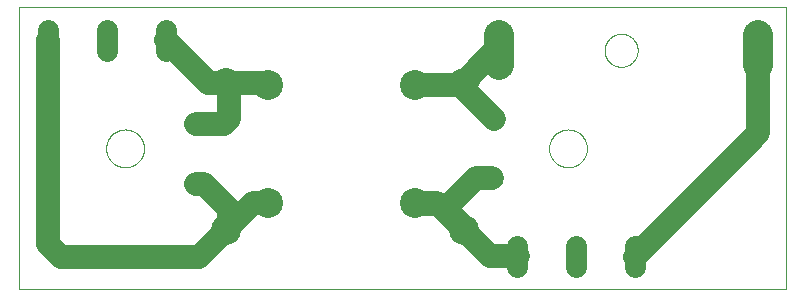
<source format=gtl>
G04 EAGLE Gerber RS-274X export*
G75*
%MOMM*%
%FSLAX34Y34*%
%LPD*%
%INTop copper*%
%IPPOS*%
%AMOC8*
5,1,8,0,0,1.08239X$1,22.5*%
G01*
%ADD10C,0.000000*%
%ADD11C,2.540000*%
%ADD12P,1.732040X8X112.500000*%
%ADD13C,1.790700*%
%ADD14C,2.540000*%
%ADD15C,2.032000*%
%ADD16C,2.020000*%


D10*
X25320Y-4000D02*
X674680Y-4000D01*
X674680Y235000D01*
X25320Y235000D01*
X25320Y-4000D01*
X99000Y115000D02*
X99005Y115393D01*
X99019Y115785D01*
X99043Y116177D01*
X99077Y116568D01*
X99120Y116959D01*
X99173Y117348D01*
X99236Y117735D01*
X99307Y118121D01*
X99389Y118506D01*
X99479Y118888D01*
X99580Y119267D01*
X99689Y119645D01*
X99808Y120019D01*
X99935Y120390D01*
X100072Y120758D01*
X100218Y121123D01*
X100373Y121484D01*
X100536Y121841D01*
X100708Y122194D01*
X100889Y122542D01*
X101079Y122886D01*
X101276Y123226D01*
X101482Y123560D01*
X101696Y123889D01*
X101919Y124213D01*
X102149Y124531D01*
X102386Y124844D01*
X102632Y125150D01*
X102885Y125451D01*
X103145Y125745D01*
X103412Y126033D01*
X103686Y126314D01*
X103967Y126588D01*
X104255Y126855D01*
X104549Y127115D01*
X104850Y127368D01*
X105156Y127614D01*
X105469Y127851D01*
X105787Y128081D01*
X106111Y128304D01*
X106440Y128518D01*
X106774Y128724D01*
X107114Y128921D01*
X107458Y129111D01*
X107806Y129292D01*
X108159Y129464D01*
X108516Y129627D01*
X108877Y129782D01*
X109242Y129928D01*
X109610Y130065D01*
X109981Y130192D01*
X110355Y130311D01*
X110733Y130420D01*
X111112Y130521D01*
X111494Y130611D01*
X111879Y130693D01*
X112265Y130764D01*
X112652Y130827D01*
X113041Y130880D01*
X113432Y130923D01*
X113823Y130957D01*
X114215Y130981D01*
X114607Y130995D01*
X115000Y131000D01*
X115393Y130995D01*
X115785Y130981D01*
X116177Y130957D01*
X116568Y130923D01*
X116959Y130880D01*
X117348Y130827D01*
X117735Y130764D01*
X118121Y130693D01*
X118506Y130611D01*
X118888Y130521D01*
X119267Y130420D01*
X119645Y130311D01*
X120019Y130192D01*
X120390Y130065D01*
X120758Y129928D01*
X121123Y129782D01*
X121484Y129627D01*
X121841Y129464D01*
X122194Y129292D01*
X122542Y129111D01*
X122886Y128921D01*
X123226Y128724D01*
X123560Y128518D01*
X123889Y128304D01*
X124213Y128081D01*
X124531Y127851D01*
X124844Y127614D01*
X125150Y127368D01*
X125451Y127115D01*
X125745Y126855D01*
X126033Y126588D01*
X126314Y126314D01*
X126588Y126033D01*
X126855Y125745D01*
X127115Y125451D01*
X127368Y125150D01*
X127614Y124844D01*
X127851Y124531D01*
X128081Y124213D01*
X128304Y123889D01*
X128518Y123560D01*
X128724Y123226D01*
X128921Y122886D01*
X129111Y122542D01*
X129292Y122194D01*
X129464Y121841D01*
X129627Y121484D01*
X129782Y121123D01*
X129928Y120758D01*
X130065Y120390D01*
X130192Y120019D01*
X130311Y119645D01*
X130420Y119267D01*
X130521Y118888D01*
X130611Y118506D01*
X130693Y118121D01*
X130764Y117735D01*
X130827Y117348D01*
X130880Y116959D01*
X130923Y116568D01*
X130957Y116177D01*
X130981Y115785D01*
X130995Y115393D01*
X131000Y115000D01*
X130995Y114607D01*
X130981Y114215D01*
X130957Y113823D01*
X130923Y113432D01*
X130880Y113041D01*
X130827Y112652D01*
X130764Y112265D01*
X130693Y111879D01*
X130611Y111494D01*
X130521Y111112D01*
X130420Y110733D01*
X130311Y110355D01*
X130192Y109981D01*
X130065Y109610D01*
X129928Y109242D01*
X129782Y108877D01*
X129627Y108516D01*
X129464Y108159D01*
X129292Y107806D01*
X129111Y107458D01*
X128921Y107114D01*
X128724Y106774D01*
X128518Y106440D01*
X128304Y106111D01*
X128081Y105787D01*
X127851Y105469D01*
X127614Y105156D01*
X127368Y104850D01*
X127115Y104549D01*
X126855Y104255D01*
X126588Y103967D01*
X126314Y103686D01*
X126033Y103412D01*
X125745Y103145D01*
X125451Y102885D01*
X125150Y102632D01*
X124844Y102386D01*
X124531Y102149D01*
X124213Y101919D01*
X123889Y101696D01*
X123560Y101482D01*
X123226Y101276D01*
X122886Y101079D01*
X122542Y100889D01*
X122194Y100708D01*
X121841Y100536D01*
X121484Y100373D01*
X121123Y100218D01*
X120758Y100072D01*
X120390Y99935D01*
X120019Y99808D01*
X119645Y99689D01*
X119267Y99580D01*
X118888Y99479D01*
X118506Y99389D01*
X118121Y99307D01*
X117735Y99236D01*
X117348Y99173D01*
X116959Y99120D01*
X116568Y99077D01*
X116177Y99043D01*
X115785Y99019D01*
X115393Y99005D01*
X115000Y99000D01*
X114607Y99005D01*
X114215Y99019D01*
X113823Y99043D01*
X113432Y99077D01*
X113041Y99120D01*
X112652Y99173D01*
X112265Y99236D01*
X111879Y99307D01*
X111494Y99389D01*
X111112Y99479D01*
X110733Y99580D01*
X110355Y99689D01*
X109981Y99808D01*
X109610Y99935D01*
X109242Y100072D01*
X108877Y100218D01*
X108516Y100373D01*
X108159Y100536D01*
X107806Y100708D01*
X107458Y100889D01*
X107114Y101079D01*
X106774Y101276D01*
X106440Y101482D01*
X106111Y101696D01*
X105787Y101919D01*
X105469Y102149D01*
X105156Y102386D01*
X104850Y102632D01*
X104549Y102885D01*
X104255Y103145D01*
X103967Y103412D01*
X103686Y103686D01*
X103412Y103967D01*
X103145Y104255D01*
X102885Y104549D01*
X102632Y104850D01*
X102386Y105156D01*
X102149Y105469D01*
X101919Y105787D01*
X101696Y106111D01*
X101482Y106440D01*
X101276Y106774D01*
X101079Y107114D01*
X100889Y107458D01*
X100708Y107806D01*
X100536Y108159D01*
X100373Y108516D01*
X100218Y108877D01*
X100072Y109242D01*
X99935Y109610D01*
X99808Y109981D01*
X99689Y110355D01*
X99580Y110733D01*
X99479Y111112D01*
X99389Y111494D01*
X99307Y111879D01*
X99236Y112265D01*
X99173Y112652D01*
X99120Y113041D01*
X99077Y113432D01*
X99043Y113823D01*
X99019Y114215D01*
X99005Y114607D01*
X99000Y115000D01*
X474000Y115000D02*
X474005Y115393D01*
X474019Y115785D01*
X474043Y116177D01*
X474077Y116568D01*
X474120Y116959D01*
X474173Y117348D01*
X474236Y117735D01*
X474307Y118121D01*
X474389Y118506D01*
X474479Y118888D01*
X474580Y119267D01*
X474689Y119645D01*
X474808Y120019D01*
X474935Y120390D01*
X475072Y120758D01*
X475218Y121123D01*
X475373Y121484D01*
X475536Y121841D01*
X475708Y122194D01*
X475889Y122542D01*
X476079Y122886D01*
X476276Y123226D01*
X476482Y123560D01*
X476696Y123889D01*
X476919Y124213D01*
X477149Y124531D01*
X477386Y124844D01*
X477632Y125150D01*
X477885Y125451D01*
X478145Y125745D01*
X478412Y126033D01*
X478686Y126314D01*
X478967Y126588D01*
X479255Y126855D01*
X479549Y127115D01*
X479850Y127368D01*
X480156Y127614D01*
X480469Y127851D01*
X480787Y128081D01*
X481111Y128304D01*
X481440Y128518D01*
X481774Y128724D01*
X482114Y128921D01*
X482458Y129111D01*
X482806Y129292D01*
X483159Y129464D01*
X483516Y129627D01*
X483877Y129782D01*
X484242Y129928D01*
X484610Y130065D01*
X484981Y130192D01*
X485355Y130311D01*
X485733Y130420D01*
X486112Y130521D01*
X486494Y130611D01*
X486879Y130693D01*
X487265Y130764D01*
X487652Y130827D01*
X488041Y130880D01*
X488432Y130923D01*
X488823Y130957D01*
X489215Y130981D01*
X489607Y130995D01*
X490000Y131000D01*
X490393Y130995D01*
X490785Y130981D01*
X491177Y130957D01*
X491568Y130923D01*
X491959Y130880D01*
X492348Y130827D01*
X492735Y130764D01*
X493121Y130693D01*
X493506Y130611D01*
X493888Y130521D01*
X494267Y130420D01*
X494645Y130311D01*
X495019Y130192D01*
X495390Y130065D01*
X495758Y129928D01*
X496123Y129782D01*
X496484Y129627D01*
X496841Y129464D01*
X497194Y129292D01*
X497542Y129111D01*
X497886Y128921D01*
X498226Y128724D01*
X498560Y128518D01*
X498889Y128304D01*
X499213Y128081D01*
X499531Y127851D01*
X499844Y127614D01*
X500150Y127368D01*
X500451Y127115D01*
X500745Y126855D01*
X501033Y126588D01*
X501314Y126314D01*
X501588Y126033D01*
X501855Y125745D01*
X502115Y125451D01*
X502368Y125150D01*
X502614Y124844D01*
X502851Y124531D01*
X503081Y124213D01*
X503304Y123889D01*
X503518Y123560D01*
X503724Y123226D01*
X503921Y122886D01*
X504111Y122542D01*
X504292Y122194D01*
X504464Y121841D01*
X504627Y121484D01*
X504782Y121123D01*
X504928Y120758D01*
X505065Y120390D01*
X505192Y120019D01*
X505311Y119645D01*
X505420Y119267D01*
X505521Y118888D01*
X505611Y118506D01*
X505693Y118121D01*
X505764Y117735D01*
X505827Y117348D01*
X505880Y116959D01*
X505923Y116568D01*
X505957Y116177D01*
X505981Y115785D01*
X505995Y115393D01*
X506000Y115000D01*
X505995Y114607D01*
X505981Y114215D01*
X505957Y113823D01*
X505923Y113432D01*
X505880Y113041D01*
X505827Y112652D01*
X505764Y112265D01*
X505693Y111879D01*
X505611Y111494D01*
X505521Y111112D01*
X505420Y110733D01*
X505311Y110355D01*
X505192Y109981D01*
X505065Y109610D01*
X504928Y109242D01*
X504782Y108877D01*
X504627Y108516D01*
X504464Y108159D01*
X504292Y107806D01*
X504111Y107458D01*
X503921Y107114D01*
X503724Y106774D01*
X503518Y106440D01*
X503304Y106111D01*
X503081Y105787D01*
X502851Y105469D01*
X502614Y105156D01*
X502368Y104850D01*
X502115Y104549D01*
X501855Y104255D01*
X501588Y103967D01*
X501314Y103686D01*
X501033Y103412D01*
X500745Y103145D01*
X500451Y102885D01*
X500150Y102632D01*
X499844Y102386D01*
X499531Y102149D01*
X499213Y101919D01*
X498889Y101696D01*
X498560Y101482D01*
X498226Y101276D01*
X497886Y101079D01*
X497542Y100889D01*
X497194Y100708D01*
X496841Y100536D01*
X496484Y100373D01*
X496123Y100218D01*
X495758Y100072D01*
X495390Y99935D01*
X495019Y99808D01*
X494645Y99689D01*
X494267Y99580D01*
X493888Y99479D01*
X493506Y99389D01*
X493121Y99307D01*
X492735Y99236D01*
X492348Y99173D01*
X491959Y99120D01*
X491568Y99077D01*
X491177Y99043D01*
X490785Y99019D01*
X490393Y99005D01*
X490000Y99000D01*
X489607Y99005D01*
X489215Y99019D01*
X488823Y99043D01*
X488432Y99077D01*
X488041Y99120D01*
X487652Y99173D01*
X487265Y99236D01*
X486879Y99307D01*
X486494Y99389D01*
X486112Y99479D01*
X485733Y99580D01*
X485355Y99689D01*
X484981Y99808D01*
X484610Y99935D01*
X484242Y100072D01*
X483877Y100218D01*
X483516Y100373D01*
X483159Y100536D01*
X482806Y100708D01*
X482458Y100889D01*
X482114Y101079D01*
X481774Y101276D01*
X481440Y101482D01*
X481111Y101696D01*
X480787Y101919D01*
X480469Y102149D01*
X480156Y102386D01*
X479850Y102632D01*
X479549Y102885D01*
X479255Y103145D01*
X478967Y103412D01*
X478686Y103686D01*
X478412Y103967D01*
X478145Y104255D01*
X477885Y104549D01*
X477632Y104850D01*
X477386Y105156D01*
X477149Y105469D01*
X476919Y105787D01*
X476696Y106111D01*
X476482Y106440D01*
X476276Y106774D01*
X476079Y107114D01*
X475889Y107458D01*
X475708Y107806D01*
X475536Y108159D01*
X475373Y108516D01*
X475218Y108877D01*
X475072Y109242D01*
X474935Y109610D01*
X474808Y109981D01*
X474689Y110355D01*
X474580Y110733D01*
X474479Y111112D01*
X474389Y111494D01*
X474307Y111879D01*
X474236Y112265D01*
X474173Y112652D01*
X474120Y113041D01*
X474077Y113432D01*
X474043Y113823D01*
X474019Y114215D01*
X474005Y114607D01*
X474000Y115000D01*
D11*
X401800Y170700D03*
X401800Y45700D03*
X200800Y170700D03*
X200800Y45700D03*
X360700Y168400D03*
X360700Y68400D03*
X235700Y168400D03*
X235700Y68400D03*
D12*
X427000Y89000D03*
X427000Y139800D03*
X175000Y84600D03*
X175000Y135400D03*
D13*
X446520Y32334D02*
X446520Y14427D01*
X496520Y14427D02*
X496520Y32334D01*
X546520Y32334D02*
X546520Y14427D01*
X149560Y197427D02*
X149560Y215334D01*
X99560Y215334D02*
X99560Y197427D01*
X49560Y197427D02*
X49560Y215334D01*
D14*
X651200Y210700D02*
X651200Y185300D01*
X431200Y185300D02*
X431200Y210700D01*
D10*
X521030Y198000D02*
X521034Y198343D01*
X521047Y198685D01*
X521068Y199028D01*
X521097Y199369D01*
X521135Y199710D01*
X521181Y200050D01*
X521236Y200388D01*
X521298Y200725D01*
X521369Y201061D01*
X521449Y201394D01*
X521536Y201726D01*
X521632Y202055D01*
X521735Y202382D01*
X521847Y202706D01*
X521966Y203028D01*
X522093Y203346D01*
X522228Y203661D01*
X522371Y203973D01*
X522522Y204281D01*
X522680Y204585D01*
X522845Y204886D01*
X523018Y205182D01*
X523197Y205474D01*
X523384Y205761D01*
X523578Y206044D01*
X523779Y206322D01*
X523987Y206595D01*
X524201Y206862D01*
X524422Y207125D01*
X524649Y207382D01*
X524882Y207633D01*
X525122Y207878D01*
X525367Y208118D01*
X525618Y208351D01*
X525875Y208578D01*
X526138Y208799D01*
X526405Y209013D01*
X526678Y209221D01*
X526956Y209422D01*
X527239Y209616D01*
X527526Y209803D01*
X527818Y209982D01*
X528114Y210155D01*
X528415Y210320D01*
X528719Y210478D01*
X529027Y210629D01*
X529339Y210772D01*
X529654Y210907D01*
X529972Y211034D01*
X530294Y211153D01*
X530618Y211265D01*
X530945Y211368D01*
X531274Y211464D01*
X531606Y211551D01*
X531939Y211631D01*
X532275Y211702D01*
X532612Y211764D01*
X532950Y211819D01*
X533290Y211865D01*
X533631Y211903D01*
X533972Y211932D01*
X534315Y211953D01*
X534657Y211966D01*
X535000Y211970D01*
X535343Y211966D01*
X535685Y211953D01*
X536028Y211932D01*
X536369Y211903D01*
X536710Y211865D01*
X537050Y211819D01*
X537388Y211764D01*
X537725Y211702D01*
X538061Y211631D01*
X538394Y211551D01*
X538726Y211464D01*
X539055Y211368D01*
X539382Y211265D01*
X539706Y211153D01*
X540028Y211034D01*
X540346Y210907D01*
X540661Y210772D01*
X540973Y210629D01*
X541281Y210478D01*
X541585Y210320D01*
X541886Y210155D01*
X542182Y209982D01*
X542474Y209803D01*
X542761Y209616D01*
X543044Y209422D01*
X543322Y209221D01*
X543595Y209013D01*
X543862Y208799D01*
X544125Y208578D01*
X544382Y208351D01*
X544633Y208118D01*
X544878Y207878D01*
X545118Y207633D01*
X545351Y207382D01*
X545578Y207125D01*
X545799Y206862D01*
X546013Y206595D01*
X546221Y206322D01*
X546422Y206044D01*
X546616Y205761D01*
X546803Y205474D01*
X546982Y205182D01*
X547155Y204886D01*
X547320Y204585D01*
X547478Y204281D01*
X547629Y203973D01*
X547772Y203661D01*
X547907Y203346D01*
X548034Y203028D01*
X548153Y202706D01*
X548265Y202382D01*
X548368Y202055D01*
X548464Y201726D01*
X548551Y201394D01*
X548631Y201061D01*
X548702Y200725D01*
X548764Y200388D01*
X548819Y200050D01*
X548865Y199710D01*
X548903Y199369D01*
X548932Y199028D01*
X548953Y198685D01*
X548966Y198343D01*
X548970Y198000D01*
X548966Y197657D01*
X548953Y197315D01*
X548932Y196972D01*
X548903Y196631D01*
X548865Y196290D01*
X548819Y195950D01*
X548764Y195612D01*
X548702Y195275D01*
X548631Y194939D01*
X548551Y194606D01*
X548464Y194274D01*
X548368Y193945D01*
X548265Y193618D01*
X548153Y193294D01*
X548034Y192972D01*
X547907Y192654D01*
X547772Y192339D01*
X547629Y192027D01*
X547478Y191719D01*
X547320Y191415D01*
X547155Y191114D01*
X546982Y190818D01*
X546803Y190526D01*
X546616Y190239D01*
X546422Y189956D01*
X546221Y189678D01*
X546013Y189405D01*
X545799Y189138D01*
X545578Y188875D01*
X545351Y188618D01*
X545118Y188367D01*
X544878Y188122D01*
X544633Y187882D01*
X544382Y187649D01*
X544125Y187422D01*
X543862Y187201D01*
X543595Y186987D01*
X543322Y186779D01*
X543044Y186578D01*
X542761Y186384D01*
X542474Y186197D01*
X542182Y186018D01*
X541886Y185845D01*
X541585Y185680D01*
X541281Y185522D01*
X540973Y185371D01*
X540661Y185228D01*
X540346Y185093D01*
X540028Y184966D01*
X539706Y184847D01*
X539382Y184735D01*
X539055Y184632D01*
X538726Y184536D01*
X538394Y184449D01*
X538061Y184369D01*
X537725Y184298D01*
X537388Y184236D01*
X537050Y184181D01*
X536710Y184135D01*
X536369Y184097D01*
X536028Y184068D01*
X535685Y184047D01*
X535343Y184034D01*
X535000Y184030D01*
X534657Y184034D01*
X534315Y184047D01*
X533972Y184068D01*
X533631Y184097D01*
X533290Y184135D01*
X532950Y184181D01*
X532612Y184236D01*
X532275Y184298D01*
X531939Y184369D01*
X531606Y184449D01*
X531274Y184536D01*
X530945Y184632D01*
X530618Y184735D01*
X530294Y184847D01*
X529972Y184966D01*
X529654Y185093D01*
X529339Y185228D01*
X529027Y185371D01*
X528719Y185522D01*
X528415Y185680D01*
X528114Y185845D01*
X527818Y186018D01*
X527526Y186197D01*
X527239Y186384D01*
X526956Y186578D01*
X526678Y186779D01*
X526405Y186987D01*
X526138Y187201D01*
X525875Y187422D01*
X525618Y187649D01*
X525367Y187882D01*
X525122Y188122D01*
X524882Y188367D01*
X524649Y188618D01*
X524422Y188875D01*
X524201Y189138D01*
X523987Y189405D01*
X523779Y189678D01*
X523578Y189956D01*
X523384Y190239D01*
X523197Y190526D01*
X523018Y190818D01*
X522845Y191114D01*
X522680Y191415D01*
X522522Y191719D01*
X522371Y192027D01*
X522228Y192339D01*
X522093Y192654D01*
X521966Y192972D01*
X521847Y193294D01*
X521735Y193618D01*
X521632Y193945D01*
X521536Y194274D01*
X521449Y194606D01*
X521369Y194939D01*
X521298Y195275D01*
X521236Y195612D01*
X521181Y195950D01*
X521135Y196290D01*
X521097Y196631D01*
X521068Y196972D01*
X521047Y197315D01*
X521034Y197657D01*
X521030Y198000D01*
D15*
X379100Y68400D02*
X360700Y68400D01*
X379100Y68400D02*
X401800Y45700D01*
X399500Y168400D02*
X360700Y168400D01*
X399500Y168400D02*
X401800Y170700D01*
X408940Y177840D01*
X401800Y170700D02*
X401800Y165000D01*
X427000Y139800D01*
D16*
X408940Y177840D02*
X414000Y182900D01*
X414000Y184000D01*
X428000Y198000D01*
X431200Y198000D01*
D15*
X49560Y206380D02*
X49560Y34260D01*
X60960Y22860D01*
X177960Y22860D01*
X200800Y45700D01*
X182100Y84600D02*
X175000Y84600D01*
X182100Y84600D02*
X203200Y63500D01*
X203200Y48100D01*
X200800Y45700D01*
X223500Y68400D02*
X235700Y68400D01*
X223500Y68400D02*
X203200Y48100D01*
X198900Y135400D02*
X175000Y135400D01*
X198900Y135400D02*
X203200Y139700D01*
X203200Y168300D01*
X200800Y170700D01*
X185240Y170700D01*
X149560Y206380D01*
X200800Y170700D02*
X233400Y170700D01*
X235700Y168400D01*
X546520Y23380D02*
X650200Y127060D01*
D16*
X651200Y128060D01*
X651200Y198000D01*
X382000Y68000D02*
X360000Y68000D01*
X382000Y68000D02*
X386000Y64000D01*
X412000Y90000D01*
X426000Y90000D01*
X424000Y24000D02*
X448000Y24000D01*
X402000Y46000D02*
X402000Y48000D01*
X388000Y62000D01*
X402000Y46000D02*
X424000Y24000D01*
M02*

</source>
